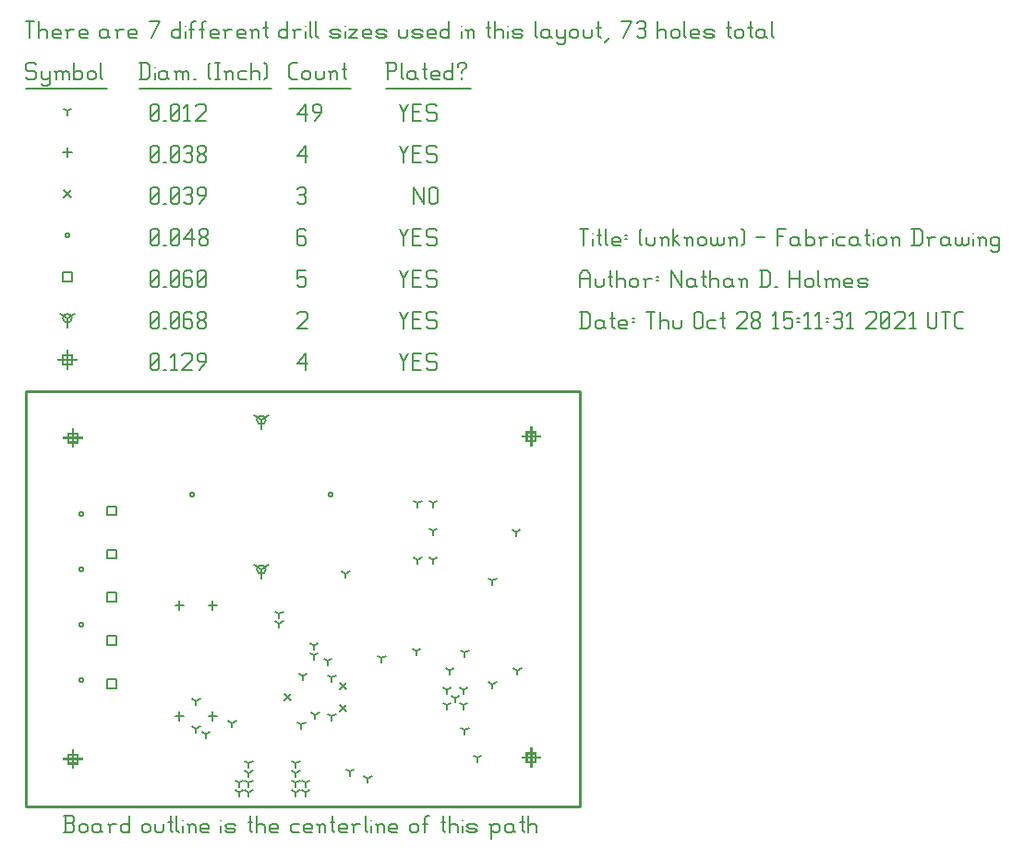
<source format=gbr>
G04 start of page 13 for group -3984 idx -3984 *
G04 Title: (unknown), fab *
G04 Creator: pcb 4.0.2 *
G04 CreationDate: Thu Oct 28 15:11:31 2021 UTC *
G04 For: ndholmes *
G04 Format: Gerber/RS-274X *
G04 PCB-Dimensions (mil): 2000.00 1500.00 *
G04 PCB-Coordinate-Origin: lower left *
%MOIN*%
%FSLAX25Y25*%
%LNFAB*%
%ADD75C,0.0100*%
%ADD74C,0.0075*%
%ADD73C,0.0060*%
%ADD72R,0.0080X0.0080*%
G54D72*X182500Y20700D02*Y14300D01*
X179300Y17500D02*X185700D01*
X180900Y19100D02*X184100D01*
X180900D02*Y15900D01*
X184100D01*
Y19100D02*Y15900D01*
X17000Y136200D02*Y129800D01*
X13800Y133000D02*X20200D01*
X15400Y134600D02*X18600D01*
X15400D02*Y131400D01*
X18600D01*
Y134600D02*Y131400D01*
X17000Y20200D02*Y13800D01*
X13800Y17000D02*X20200D01*
X15400Y18600D02*X18600D01*
X15400D02*Y15400D01*
X18600D01*
Y18600D02*Y15400D01*
X182500Y136700D02*Y130300D01*
X179300Y133500D02*X185700D01*
X180900Y135100D02*X184100D01*
X180900D02*Y131900D01*
X184100D01*
Y135100D02*Y131900D01*
X15000Y164450D02*Y158050D01*
X11800Y161250D02*X18200D01*
X13400Y162850D02*X16600D01*
X13400D02*Y159650D01*
X16600D01*
Y162850D02*Y159650D01*
G54D73*X135000Y163500D02*X136500Y160500D01*
X138000Y163500D01*
X136500Y160500D02*Y157500D01*
X139800Y160800D02*X142050D01*
X139800Y157500D02*X142800D01*
X139800Y163500D02*Y157500D01*
Y163500D02*X142800D01*
X147600D02*X148350Y162750D01*
X145350Y163500D02*X147600D01*
X144600Y162750D02*X145350Y163500D01*
X144600Y162750D02*Y161250D01*
X145350Y160500D01*
X147600D01*
X148350Y159750D01*
Y158250D01*
X147600Y157500D02*X148350Y158250D01*
X145350Y157500D02*X147600D01*
X144600Y158250D02*X145350Y157500D01*
X98000Y159750D02*X101000Y163500D01*
X98000Y159750D02*X101750D01*
X101000Y163500D02*Y157500D01*
X45000Y158250D02*X45750Y157500D01*
X45000Y162750D02*Y158250D01*
Y162750D02*X45750Y163500D01*
X47250D01*
X48000Y162750D01*
Y158250D01*
X47250Y157500D02*X48000Y158250D01*
X45750Y157500D02*X47250D01*
X45000Y159000D02*X48000Y162000D01*
X49800Y157500D02*X50550D01*
X52350Y162300D02*X53550Y163500D01*
Y157500D01*
X52350D02*X54600D01*
X56400Y162750D02*X57150Y163500D01*
X59400D01*
X60150Y162750D01*
Y161250D01*
X56400Y157500D02*X60150Y161250D01*
X56400Y157500D02*X60150D01*
X62700D02*X64950Y160500D01*
Y162750D02*Y160500D01*
X64200Y163500D02*X64950Y162750D01*
X62700Y163500D02*X64200D01*
X61950Y162750D02*X62700Y163500D01*
X61950Y162750D02*Y161250D01*
X62700Y160500D01*
X64950D01*
X85000Y139500D02*Y136300D01*
Y139500D02*X87773Y141100D01*
X85000Y139500D02*X82227Y141100D01*
X83400Y139500D02*G75*G03X86600Y139500I1600J0D01*G01*
G75*G03X83400Y139500I-1600J0D01*G01*
X85000Y85500D02*Y82300D01*
Y85500D02*X87773Y87100D01*
X85000Y85500D02*X82227Y87100D01*
X83400Y85500D02*G75*G03X86600Y85500I1600J0D01*G01*
G75*G03X83400Y85500I-1600J0D01*G01*
X15000Y176250D02*Y173050D01*
Y176250D02*X17773Y177850D01*
X15000Y176250D02*X12227Y177850D01*
X13400Y176250D02*G75*G03X16600Y176250I1600J0D01*G01*
G75*G03X13400Y176250I-1600J0D01*G01*
X135000Y178500D02*X136500Y175500D01*
X138000Y178500D01*
X136500Y175500D02*Y172500D01*
X139800Y175800D02*X142050D01*
X139800Y172500D02*X142800D01*
X139800Y178500D02*Y172500D01*
Y178500D02*X142800D01*
X147600D02*X148350Y177750D01*
X145350Y178500D02*X147600D01*
X144600Y177750D02*X145350Y178500D01*
X144600Y177750D02*Y176250D01*
X145350Y175500D01*
X147600D01*
X148350Y174750D01*
Y173250D01*
X147600Y172500D02*X148350Y173250D01*
X145350Y172500D02*X147600D01*
X144600Y173250D02*X145350Y172500D01*
X98000Y177750D02*X98750Y178500D01*
X101000D01*
X101750Y177750D01*
Y176250D01*
X98000Y172500D02*X101750Y176250D01*
X98000Y172500D02*X101750D01*
X45000Y173250D02*X45750Y172500D01*
X45000Y177750D02*Y173250D01*
Y177750D02*X45750Y178500D01*
X47250D01*
X48000Y177750D01*
Y173250D01*
X47250Y172500D02*X48000Y173250D01*
X45750Y172500D02*X47250D01*
X45000Y174000D02*X48000Y177000D01*
X49800Y172500D02*X50550D01*
X52350Y173250D02*X53100Y172500D01*
X52350Y177750D02*Y173250D01*
Y177750D02*X53100Y178500D01*
X54600D01*
X55350Y177750D01*
Y173250D01*
X54600Y172500D02*X55350Y173250D01*
X53100Y172500D02*X54600D01*
X52350Y174000D02*X55350Y177000D01*
X59400Y178500D02*X60150Y177750D01*
X57900Y178500D02*X59400D01*
X57150Y177750D02*X57900Y178500D01*
X57150Y177750D02*Y173250D01*
X57900Y172500D01*
X59400Y175800D02*X60150Y175050D01*
X57150Y175800D02*X59400D01*
X57900Y172500D02*X59400D01*
X60150Y173250D01*
Y175050D02*Y173250D01*
X61950D02*X62700Y172500D01*
X61950Y174450D02*Y173250D01*
Y174450D02*X63000Y175500D01*
X63900D01*
X64950Y174450D01*
Y173250D01*
X64200Y172500D02*X64950Y173250D01*
X62700Y172500D02*X64200D01*
X61950Y176550D02*X63000Y175500D01*
X61950Y177750D02*Y176550D01*
Y177750D02*X62700Y178500D01*
X64200D01*
X64950Y177750D01*
Y176550D01*
X63900Y175500D02*X64950Y176550D01*
X29400Y108300D02*X32600D01*
X29400D02*Y105100D01*
X32600D01*
Y108300D02*Y105100D01*
X29400Y92700D02*X32600D01*
X29400D02*Y89500D01*
X32600D01*
Y92700D02*Y89500D01*
X29400Y77100D02*X32600D01*
X29400D02*Y73900D01*
X32600D01*
Y77100D02*Y73900D01*
X29400Y61500D02*X32600D01*
X29400D02*Y58300D01*
X32600D01*
Y61500D02*Y58300D01*
X29400Y45900D02*X32600D01*
X29400D02*Y42700D01*
X32600D01*
Y45900D02*Y42700D01*
X13400Y192850D02*X16600D01*
X13400D02*Y189650D01*
X16600D01*
Y192850D02*Y189650D01*
X135000Y193500D02*X136500Y190500D01*
X138000Y193500D01*
X136500Y190500D02*Y187500D01*
X139800Y190800D02*X142050D01*
X139800Y187500D02*X142800D01*
X139800Y193500D02*Y187500D01*
Y193500D02*X142800D01*
X147600D02*X148350Y192750D01*
X145350Y193500D02*X147600D01*
X144600Y192750D02*X145350Y193500D01*
X144600Y192750D02*Y191250D01*
X145350Y190500D01*
X147600D01*
X148350Y189750D01*
Y188250D01*
X147600Y187500D02*X148350Y188250D01*
X145350Y187500D02*X147600D01*
X144600Y188250D02*X145350Y187500D01*
X98000Y193500D02*X101000D01*
X98000D02*Y190500D01*
X98750Y191250D01*
X100250D01*
X101000Y190500D01*
Y188250D01*
X100250Y187500D02*X101000Y188250D01*
X98750Y187500D02*X100250D01*
X98000Y188250D02*X98750Y187500D01*
X45000Y188250D02*X45750Y187500D01*
X45000Y192750D02*Y188250D01*
Y192750D02*X45750Y193500D01*
X47250D01*
X48000Y192750D01*
Y188250D01*
X47250Y187500D02*X48000Y188250D01*
X45750Y187500D02*X47250D01*
X45000Y189000D02*X48000Y192000D01*
X49800Y187500D02*X50550D01*
X52350Y188250D02*X53100Y187500D01*
X52350Y192750D02*Y188250D01*
Y192750D02*X53100Y193500D01*
X54600D01*
X55350Y192750D01*
Y188250D01*
X54600Y187500D02*X55350Y188250D01*
X53100Y187500D02*X54600D01*
X52350Y189000D02*X55350Y192000D01*
X59400Y193500D02*X60150Y192750D01*
X57900Y193500D02*X59400D01*
X57150Y192750D02*X57900Y193500D01*
X57150Y192750D02*Y188250D01*
X57900Y187500D01*
X59400Y190800D02*X60150Y190050D01*
X57150Y190800D02*X59400D01*
X57900Y187500D02*X59400D01*
X60150Y188250D01*
Y190050D02*Y188250D01*
X61950D02*X62700Y187500D01*
X61950Y192750D02*Y188250D01*
Y192750D02*X62700Y193500D01*
X64200D01*
X64950Y192750D01*
Y188250D01*
X64200Y187500D02*X64950Y188250D01*
X62700Y187500D02*X64200D01*
X61950Y189000D02*X64950Y192000D01*
X19200Y105500D02*G75*G03X20800Y105500I800J0D01*G01*
G75*G03X19200Y105500I-800J0D01*G01*
Y85500D02*G75*G03X20800Y85500I800J0D01*G01*
G75*G03X19200Y85500I-800J0D01*G01*
Y65500D02*G75*G03X20800Y65500I800J0D01*G01*
G75*G03X19200Y65500I-800J0D01*G01*
Y45500D02*G75*G03X20800Y45500I800J0D01*G01*
G75*G03X19200Y45500I-800J0D01*G01*
X109200Y112500D02*G75*G03X110800Y112500I800J0D01*G01*
G75*G03X109200Y112500I-800J0D01*G01*
X59200D02*G75*G03X60800Y112500I800J0D01*G01*
G75*G03X59200Y112500I-800J0D01*G01*
X14200Y206250D02*G75*G03X15800Y206250I800J0D01*G01*
G75*G03X14200Y206250I-800J0D01*G01*
X135000Y208500D02*X136500Y205500D01*
X138000Y208500D01*
X136500Y205500D02*Y202500D01*
X139800Y205800D02*X142050D01*
X139800Y202500D02*X142800D01*
X139800Y208500D02*Y202500D01*
Y208500D02*X142800D01*
X147600D02*X148350Y207750D01*
X145350Y208500D02*X147600D01*
X144600Y207750D02*X145350Y208500D01*
X144600Y207750D02*Y206250D01*
X145350Y205500D01*
X147600D01*
X148350Y204750D01*
Y203250D01*
X147600Y202500D02*X148350Y203250D01*
X145350Y202500D02*X147600D01*
X144600Y203250D02*X145350Y202500D01*
X100250Y208500D02*X101000Y207750D01*
X98750Y208500D02*X100250D01*
X98000Y207750D02*X98750Y208500D01*
X98000Y207750D02*Y203250D01*
X98750Y202500D01*
X100250Y205800D02*X101000Y205050D01*
X98000Y205800D02*X100250D01*
X98750Y202500D02*X100250D01*
X101000Y203250D01*
Y205050D02*Y203250D01*
X45000D02*X45750Y202500D01*
X45000Y207750D02*Y203250D01*
Y207750D02*X45750Y208500D01*
X47250D01*
X48000Y207750D01*
Y203250D01*
X47250Y202500D02*X48000Y203250D01*
X45750Y202500D02*X47250D01*
X45000Y204000D02*X48000Y207000D01*
X49800Y202500D02*X50550D01*
X52350Y203250D02*X53100Y202500D01*
X52350Y207750D02*Y203250D01*
Y207750D02*X53100Y208500D01*
X54600D01*
X55350Y207750D01*
Y203250D01*
X54600Y202500D02*X55350Y203250D01*
X53100Y202500D02*X54600D01*
X52350Y204000D02*X55350Y207000D01*
X57150Y204750D02*X60150Y208500D01*
X57150Y204750D02*X60900D01*
X60150Y208500D02*Y202500D01*
X62700Y203250D02*X63450Y202500D01*
X62700Y204450D02*Y203250D01*
Y204450D02*X63750Y205500D01*
X64650D01*
X65700Y204450D01*
Y203250D01*
X64950Y202500D02*X65700Y203250D01*
X63450Y202500D02*X64950D01*
X62700Y206550D02*X63750Y205500D01*
X62700Y207750D02*Y206550D01*
Y207750D02*X63450Y208500D01*
X64950D01*
X65700Y207750D01*
Y206550D01*
X64650Y205500D02*X65700Y206550D01*
X93300Y40700D02*X95700Y38300D01*
X93300D02*X95700Y40700D01*
X113300Y44700D02*X115700Y42300D01*
X113300D02*X115700Y44700D01*
X113300Y36700D02*X115700Y34300D01*
X113300D02*X115700Y36700D01*
X13800Y222450D02*X16200Y220050D01*
X13800D02*X16200Y222450D01*
X140000Y223500D02*Y217500D01*
Y223500D02*X143750Y217500D01*
Y223500D02*Y217500D01*
X145550Y222750D02*Y218250D01*
Y222750D02*X146300Y223500D01*
X147800D01*
X148550Y222750D01*
Y218250D01*
X147800Y217500D02*X148550Y218250D01*
X146300Y217500D02*X147800D01*
X145550Y218250D02*X146300Y217500D01*
X98000Y222750D02*X98750Y223500D01*
X100250D01*
X101000Y222750D01*
X100250Y217500D02*X101000Y218250D01*
X98750Y217500D02*X100250D01*
X98000Y218250D02*X98750Y217500D01*
Y220800D02*X100250D01*
X101000Y222750D02*Y221550D01*
Y220050D02*Y218250D01*
Y220050D02*X100250Y220800D01*
X101000Y221550D02*X100250Y220800D01*
X45000Y218250D02*X45750Y217500D01*
X45000Y222750D02*Y218250D01*
Y222750D02*X45750Y223500D01*
X47250D01*
X48000Y222750D01*
Y218250D01*
X47250Y217500D02*X48000Y218250D01*
X45750Y217500D02*X47250D01*
X45000Y219000D02*X48000Y222000D01*
X49800Y217500D02*X50550D01*
X52350Y218250D02*X53100Y217500D01*
X52350Y222750D02*Y218250D01*
Y222750D02*X53100Y223500D01*
X54600D01*
X55350Y222750D01*
Y218250D01*
X54600Y217500D02*X55350Y218250D01*
X53100Y217500D02*X54600D01*
X52350Y219000D02*X55350Y222000D01*
X57150Y222750D02*X57900Y223500D01*
X59400D01*
X60150Y222750D01*
X59400Y217500D02*X60150Y218250D01*
X57900Y217500D02*X59400D01*
X57150Y218250D02*X57900Y217500D01*
Y220800D02*X59400D01*
X60150Y222750D02*Y221550D01*
Y220050D02*Y218250D01*
Y220050D02*X59400Y220800D01*
X60150Y221550D02*X59400Y220800D01*
X62700Y217500D02*X64950Y220500D01*
Y222750D02*Y220500D01*
X64200Y223500D02*X64950Y222750D01*
X62700Y223500D02*X64200D01*
X61950Y222750D02*X62700Y223500D01*
X61950Y222750D02*Y221250D01*
X62700Y220500D01*
X64950D01*
X67500Y74100D02*Y70900D01*
X65900Y72500D02*X69100D01*
X67500Y34100D02*Y30900D01*
X65900Y32500D02*X69100D01*
X55500Y74100D02*Y70900D01*
X53900Y72500D02*X57100D01*
X55500Y34100D02*Y30900D01*
X53900Y32500D02*X57100D01*
X15000Y237850D02*Y234650D01*
X13400Y236250D02*X16600D01*
X135000Y238500D02*X136500Y235500D01*
X138000Y238500D01*
X136500Y235500D02*Y232500D01*
X139800Y235800D02*X142050D01*
X139800Y232500D02*X142800D01*
X139800Y238500D02*Y232500D01*
Y238500D02*X142800D01*
X147600D02*X148350Y237750D01*
X145350Y238500D02*X147600D01*
X144600Y237750D02*X145350Y238500D01*
X144600Y237750D02*Y236250D01*
X145350Y235500D01*
X147600D01*
X148350Y234750D01*
Y233250D01*
X147600Y232500D02*X148350Y233250D01*
X145350Y232500D02*X147600D01*
X144600Y233250D02*X145350Y232500D01*
X98000Y234750D02*X101000Y238500D01*
X98000Y234750D02*X101750D01*
X101000Y238500D02*Y232500D01*
X45000Y233250D02*X45750Y232500D01*
X45000Y237750D02*Y233250D01*
Y237750D02*X45750Y238500D01*
X47250D01*
X48000Y237750D01*
Y233250D01*
X47250Y232500D02*X48000Y233250D01*
X45750Y232500D02*X47250D01*
X45000Y234000D02*X48000Y237000D01*
X49800Y232500D02*X50550D01*
X52350Y233250D02*X53100Y232500D01*
X52350Y237750D02*Y233250D01*
Y237750D02*X53100Y238500D01*
X54600D01*
X55350Y237750D01*
Y233250D01*
X54600Y232500D02*X55350Y233250D01*
X53100Y232500D02*X54600D01*
X52350Y234000D02*X55350Y237000D01*
X57150Y237750D02*X57900Y238500D01*
X59400D01*
X60150Y237750D01*
X59400Y232500D02*X60150Y233250D01*
X57900Y232500D02*X59400D01*
X57150Y233250D02*X57900Y232500D01*
Y235800D02*X59400D01*
X60150Y237750D02*Y236550D01*
Y235050D02*Y233250D01*
Y235050D02*X59400Y235800D01*
X60150Y236550D02*X59400Y235800D01*
X61950Y233250D02*X62700Y232500D01*
X61950Y234450D02*Y233250D01*
Y234450D02*X63000Y235500D01*
X63900D01*
X64950Y234450D01*
Y233250D01*
X64200Y232500D02*X64950Y233250D01*
X62700Y232500D02*X64200D01*
X61950Y236550D02*X63000Y235500D01*
X61950Y237750D02*Y236550D01*
Y237750D02*X62700Y238500D01*
X64200D01*
X64950Y237750D01*
Y236550D01*
X63900Y235500D02*X64950Y236550D01*
X155000Y39000D02*Y37400D01*
Y39000D02*X156387Y39800D01*
X155000Y39000D02*X153613Y39800D01*
X104000Y54500D02*Y52900D01*
Y54500D02*X105387Y55300D01*
X104000Y54500D02*X102613Y55300D01*
X104000Y58000D02*Y56400D01*
Y58000D02*X105387Y58800D01*
X104000Y58000D02*X102613Y58800D01*
X141000Y56000D02*Y54400D01*
Y56000D02*X142387Y56800D01*
X141000Y56000D02*X139613Y56800D01*
X163000Y17500D02*Y15900D01*
Y17500D02*X164387Y18300D01*
X163000Y17500D02*X161613Y18300D01*
X123500Y10000D02*Y8400D01*
Y10000D02*X124887Y10800D01*
X123500Y10000D02*X122113Y10800D01*
X168500Y81500D02*Y79900D01*
Y81500D02*X169887Y82300D01*
X168500Y81500D02*X167113Y82300D01*
X177500Y49000D02*Y47400D01*
Y49000D02*X178887Y49800D01*
X177500Y49000D02*X176113Y49800D01*
X117000Y12500D02*Y10900D01*
Y12500D02*X118387Y13300D01*
X117000Y12500D02*X115613Y13300D01*
X110500Y32500D02*Y30900D01*
Y32500D02*X111887Y33300D01*
X110500Y32500D02*X109113Y33300D01*
X158000Y36500D02*Y34900D01*
Y36500D02*X159387Y37300D01*
X158000Y36500D02*X156613Y37300D01*
X152000Y36500D02*Y34900D01*
Y36500D02*X153387Y37300D01*
X152000Y36500D02*X150613Y37300D01*
X168500Y44000D02*Y42400D01*
Y44000D02*X169887Y44800D01*
X168500Y44000D02*X167113Y44800D01*
X158500Y55500D02*Y53900D01*
Y55500D02*X159887Y56300D01*
X158500Y55500D02*X157113Y56300D01*
X128500Y53500D02*Y51900D01*
Y53500D02*X129887Y54300D01*
X128500Y53500D02*X127113Y54300D01*
X153000Y49000D02*Y47400D01*
Y49000D02*X154387Y49800D01*
X153000Y49000D02*X151613Y49800D01*
X158500Y27500D02*Y25900D01*
Y27500D02*X159887Y28300D01*
X158500Y27500D02*X157113Y28300D01*
X152000Y42000D02*Y40400D01*
Y42000D02*X153387Y42800D01*
X152000Y42000D02*X150613Y42800D01*
X110500Y46500D02*Y44900D01*
Y46500D02*X111887Y47300D01*
X110500Y46500D02*X109113Y47300D01*
X99500Y29500D02*Y27900D01*
Y29500D02*X100887Y30300D01*
X99500Y29500D02*X98113Y30300D01*
X109000Y52500D02*Y50900D01*
Y52500D02*X110387Y53300D01*
X109000Y52500D02*X107613Y53300D01*
X101000Y8500D02*Y6900D01*
Y8500D02*X102387Y9300D01*
X101000Y8500D02*X99613Y9300D01*
X101000Y5000D02*Y3400D01*
Y5000D02*X102387Y5800D01*
X101000Y5000D02*X99613Y5800D01*
X77000Y8500D02*Y6900D01*
Y8500D02*X78387Y9300D01*
X77000Y8500D02*X75613Y9300D01*
X77000Y5000D02*Y3400D01*
Y5000D02*X78387Y5800D01*
X77000Y5000D02*X75613Y5800D01*
X158000Y42000D02*Y40400D01*
Y42000D02*X159387Y42800D01*
X158000Y42000D02*X156613Y42800D01*
X104500Y33000D02*Y31400D01*
Y33000D02*X105887Y33800D01*
X104500Y33000D02*X103113Y33800D01*
X100000Y47000D02*Y45400D01*
Y47000D02*X101387Y47800D01*
X100000Y47000D02*X98613Y47800D01*
X91500Y66000D02*Y64400D01*
Y66000D02*X92887Y66800D01*
X91500Y66000D02*X90113Y66800D01*
X91500Y69500D02*Y67900D01*
Y69500D02*X92887Y70300D01*
X91500Y69500D02*X90113Y70300D01*
X97500Y15500D02*Y13900D01*
Y15500D02*X98887Y16300D01*
X97500Y15500D02*X96113Y16300D01*
X97500Y12000D02*Y10400D01*
Y12000D02*X98887Y12800D01*
X97500Y12000D02*X96113Y12800D01*
X97500Y8500D02*Y6900D01*
Y8500D02*X98887Y9300D01*
X97500Y8500D02*X96113Y9300D01*
X97500Y5000D02*Y3400D01*
Y5000D02*X98887Y5800D01*
X97500Y5000D02*X96113Y5800D01*
X80500Y15500D02*Y13900D01*
Y15500D02*X81887Y16300D01*
X80500Y15500D02*X79113Y16300D01*
X80500Y12000D02*Y10400D01*
Y12000D02*X81887Y12800D01*
X80500Y12000D02*X79113Y12800D01*
X80500Y8500D02*Y6900D01*
Y8500D02*X81887Y9300D01*
X80500Y8500D02*X79113Y9300D01*
X80500Y5000D02*Y3400D01*
Y5000D02*X81887Y5800D01*
X80500Y5000D02*X79113Y5800D01*
X61500Y28000D02*Y26400D01*
Y28000D02*X62887Y28800D01*
X61500Y28000D02*X60113Y28800D01*
X61500Y38000D02*Y36400D01*
Y38000D02*X62887Y38800D01*
X61500Y38000D02*X60113Y38800D01*
X74500Y30000D02*Y28400D01*
Y30000D02*X75887Y30800D01*
X74500Y30000D02*X73113Y30800D01*
X65000Y26000D02*Y24400D01*
Y26000D02*X66387Y26800D01*
X65000Y26000D02*X63613Y26800D01*
X141500Y109500D02*Y107900D01*
Y109500D02*X142887Y110300D01*
X141500Y109500D02*X140113Y110300D01*
X147000Y109500D02*Y107900D01*
Y109500D02*X148387Y110300D01*
X147000Y109500D02*X145613Y110300D01*
X147000Y89000D02*Y87400D01*
Y89000D02*X148387Y89800D01*
X147000Y89000D02*X145613Y89800D01*
X147000Y99500D02*Y97900D01*
Y99500D02*X148387Y100300D01*
X147000Y99500D02*X145613Y100300D01*
X141500Y89000D02*Y87400D01*
Y89000D02*X142887Y89800D01*
X141500Y89000D02*X140113Y89800D01*
X177000Y99000D02*Y97400D01*
Y99000D02*X178387Y99800D01*
X177000Y99000D02*X175613Y99800D01*
X115500Y84000D02*Y82400D01*
Y84000D02*X116887Y84800D01*
X115500Y84000D02*X114113Y84800D01*
X15000Y251250D02*Y249650D01*
Y251250D02*X16387Y252050D01*
X15000Y251250D02*X13613Y252050D01*
X135000Y253500D02*X136500Y250500D01*
X138000Y253500D01*
X136500Y250500D02*Y247500D01*
X139800Y250800D02*X142050D01*
X139800Y247500D02*X142800D01*
X139800Y253500D02*Y247500D01*
Y253500D02*X142800D01*
X147600D02*X148350Y252750D01*
X145350Y253500D02*X147600D01*
X144600Y252750D02*X145350Y253500D01*
X144600Y252750D02*Y251250D01*
X145350Y250500D01*
X147600D01*
X148350Y249750D01*
Y248250D01*
X147600Y247500D02*X148350Y248250D01*
X145350Y247500D02*X147600D01*
X144600Y248250D02*X145350Y247500D01*
X98000Y249750D02*X101000Y253500D01*
X98000Y249750D02*X101750D01*
X101000Y253500D02*Y247500D01*
X104300D02*X106550Y250500D01*
Y252750D02*Y250500D01*
X105800Y253500D02*X106550Y252750D01*
X104300Y253500D02*X105800D01*
X103550Y252750D02*X104300Y253500D01*
X103550Y252750D02*Y251250D01*
X104300Y250500D01*
X106550D01*
X45000Y248250D02*X45750Y247500D01*
X45000Y252750D02*Y248250D01*
Y252750D02*X45750Y253500D01*
X47250D01*
X48000Y252750D01*
Y248250D01*
X47250Y247500D02*X48000Y248250D01*
X45750Y247500D02*X47250D01*
X45000Y249000D02*X48000Y252000D01*
X49800Y247500D02*X50550D01*
X52350Y248250D02*X53100Y247500D01*
X52350Y252750D02*Y248250D01*
Y252750D02*X53100Y253500D01*
X54600D01*
X55350Y252750D01*
Y248250D01*
X54600Y247500D02*X55350Y248250D01*
X53100Y247500D02*X54600D01*
X52350Y249000D02*X55350Y252000D01*
X57150Y252300D02*X58350Y253500D01*
Y247500D01*
X57150D02*X59400D01*
X61200Y252750D02*X61950Y253500D01*
X64200D01*
X64950Y252750D01*
Y251250D01*
X61200Y247500D02*X64950Y251250D01*
X61200Y247500D02*X64950D01*
X3000Y268500D02*X3750Y267750D01*
X750Y268500D02*X3000D01*
X0Y267750D02*X750Y268500D01*
X0Y267750D02*Y266250D01*
X750Y265500D01*
X3000D01*
X3750Y264750D01*
Y263250D01*
X3000Y262500D02*X3750Y263250D01*
X750Y262500D02*X3000D01*
X0Y263250D02*X750Y262500D01*
X5550Y265500D02*Y263250D01*
X6300Y262500D01*
X8550Y265500D02*Y261000D01*
X7800Y260250D02*X8550Y261000D01*
X6300Y260250D02*X7800D01*
X5550Y261000D02*X6300Y260250D01*
Y262500D02*X7800D01*
X8550Y263250D01*
X11100Y264750D02*Y262500D01*
Y264750D02*X11850Y265500D01*
X12600D01*
X13350Y264750D01*
Y262500D01*
Y264750D02*X14100Y265500D01*
X14850D01*
X15600Y264750D01*
Y262500D01*
X10350Y265500D02*X11100Y264750D01*
X17400Y268500D02*Y262500D01*
Y263250D02*X18150Y262500D01*
X19650D01*
X20400Y263250D01*
Y264750D02*Y263250D01*
X19650Y265500D02*X20400Y264750D01*
X18150Y265500D02*X19650D01*
X17400Y264750D02*X18150Y265500D01*
X22200Y264750D02*Y263250D01*
Y264750D02*X22950Y265500D01*
X24450D01*
X25200Y264750D01*
Y263250D01*
X24450Y262500D02*X25200Y263250D01*
X22950Y262500D02*X24450D01*
X22200Y263250D02*X22950Y262500D01*
X27000Y268500D02*Y263250D01*
X27750Y262500D01*
X0Y259250D02*X29250D01*
X41750Y268500D02*Y262500D01*
X43700Y268500D02*X44750Y267450D01*
Y263550D01*
X43700Y262500D02*X44750Y263550D01*
X41000Y262500D02*X43700D01*
X41000Y268500D02*X43700D01*
G54D74*X46550Y267000D02*Y266850D01*
G54D73*Y264750D02*Y262500D01*
X50300Y265500D02*X51050Y264750D01*
X48800Y265500D02*X50300D01*
X48050Y264750D02*X48800Y265500D01*
X48050Y264750D02*Y263250D01*
X48800Y262500D01*
X51050Y265500D02*Y263250D01*
X51800Y262500D01*
X48800D02*X50300D01*
X51050Y263250D01*
X54350Y264750D02*Y262500D01*
Y264750D02*X55100Y265500D01*
X55850D01*
X56600Y264750D01*
Y262500D01*
Y264750D02*X57350Y265500D01*
X58100D01*
X58850Y264750D01*
Y262500D01*
X53600Y265500D02*X54350Y264750D01*
X60650Y262500D02*X61400D01*
X65900Y263250D02*X66650Y262500D01*
X65900Y267750D02*X66650Y268500D01*
X65900Y267750D02*Y263250D01*
X68450Y268500D02*X69950D01*
X69200D02*Y262500D01*
X68450D02*X69950D01*
X72500Y264750D02*Y262500D01*
Y264750D02*X73250Y265500D01*
X74000D01*
X74750Y264750D01*
Y262500D01*
X71750Y265500D02*X72500Y264750D01*
X77300Y265500D02*X79550D01*
X76550Y264750D02*X77300Y265500D01*
X76550Y264750D02*Y263250D01*
X77300Y262500D01*
X79550D01*
X81350Y268500D02*Y262500D01*
Y264750D02*X82100Y265500D01*
X83600D01*
X84350Y264750D01*
Y262500D01*
X86150Y268500D02*X86900Y267750D01*
Y263250D01*
X86150Y262500D02*X86900Y263250D01*
X41000Y259250D02*X88700D01*
X96050Y262500D02*X98000D01*
X95000Y263550D02*X96050Y262500D01*
X95000Y267450D02*Y263550D01*
Y267450D02*X96050Y268500D01*
X98000D01*
X99800Y264750D02*Y263250D01*
Y264750D02*X100550Y265500D01*
X102050D01*
X102800Y264750D01*
Y263250D01*
X102050Y262500D02*X102800Y263250D01*
X100550Y262500D02*X102050D01*
X99800Y263250D02*X100550Y262500D01*
X104600Y265500D02*Y263250D01*
X105350Y262500D01*
X106850D01*
X107600Y263250D01*
Y265500D02*Y263250D01*
X110150Y264750D02*Y262500D01*
Y264750D02*X110900Y265500D01*
X111650D01*
X112400Y264750D01*
Y262500D01*
X109400Y265500D02*X110150Y264750D01*
X114950Y268500D02*Y263250D01*
X115700Y262500D01*
X114200Y266250D02*X115700D01*
X95000Y259250D02*X117200D01*
X130750Y268500D02*Y262500D01*
X130000Y268500D02*X133000D01*
X133750Y267750D01*
Y266250D01*
X133000Y265500D02*X133750Y266250D01*
X130750Y265500D02*X133000D01*
X135550Y268500D02*Y263250D01*
X136300Y262500D01*
X140050Y265500D02*X140800Y264750D01*
X138550Y265500D02*X140050D01*
X137800Y264750D02*X138550Y265500D01*
X137800Y264750D02*Y263250D01*
X138550Y262500D01*
X140800Y265500D02*Y263250D01*
X141550Y262500D01*
X138550D02*X140050D01*
X140800Y263250D01*
X144100Y268500D02*Y263250D01*
X144850Y262500D01*
X143350Y266250D02*X144850D01*
X147100Y262500D02*X149350D01*
X146350Y263250D02*X147100Y262500D01*
X146350Y264750D02*Y263250D01*
Y264750D02*X147100Y265500D01*
X148600D01*
X149350Y264750D01*
X146350Y264000D02*X149350D01*
Y264750D02*Y264000D01*
X154150Y268500D02*Y262500D01*
X153400D02*X154150Y263250D01*
X151900Y262500D02*X153400D01*
X151150Y263250D02*X151900Y262500D01*
X151150Y264750D02*Y263250D01*
Y264750D02*X151900Y265500D01*
X153400D01*
X154150Y264750D01*
X157450Y265500D02*Y264750D01*
Y263250D02*Y262500D01*
X155950Y267750D02*Y267000D01*
Y267750D02*X156700Y268500D01*
X158200D01*
X158950Y267750D01*
Y267000D01*
X157450Y265500D02*X158950Y267000D01*
X130000Y259250D02*X160750D01*
X0Y283500D02*X3000D01*
X1500D02*Y277500D01*
X4800Y283500D02*Y277500D01*
Y279750D02*X5550Y280500D01*
X7050D01*
X7800Y279750D01*
Y277500D01*
X10350D02*X12600D01*
X9600Y278250D02*X10350Y277500D01*
X9600Y279750D02*Y278250D01*
Y279750D02*X10350Y280500D01*
X11850D01*
X12600Y279750D01*
X9600Y279000D02*X12600D01*
Y279750D02*Y279000D01*
X15150Y279750D02*Y277500D01*
Y279750D02*X15900Y280500D01*
X17400D01*
X14400D02*X15150Y279750D01*
X19950Y277500D02*X22200D01*
X19200Y278250D02*X19950Y277500D01*
X19200Y279750D02*Y278250D01*
Y279750D02*X19950Y280500D01*
X21450D01*
X22200Y279750D01*
X19200Y279000D02*X22200D01*
Y279750D02*Y279000D01*
X28950Y280500D02*X29700Y279750D01*
X27450Y280500D02*X28950D01*
X26700Y279750D02*X27450Y280500D01*
X26700Y279750D02*Y278250D01*
X27450Y277500D01*
X29700Y280500D02*Y278250D01*
X30450Y277500D01*
X27450D02*X28950D01*
X29700Y278250D01*
X33000Y279750D02*Y277500D01*
Y279750D02*X33750Y280500D01*
X35250D01*
X32250D02*X33000Y279750D01*
X37800Y277500D02*X40050D01*
X37050Y278250D02*X37800Y277500D01*
X37050Y279750D02*Y278250D01*
Y279750D02*X37800Y280500D01*
X39300D01*
X40050Y279750D01*
X37050Y279000D02*X40050D01*
Y279750D02*Y279000D01*
X45300Y277500D02*X48300Y283500D01*
X44550D02*X48300D01*
X55800D02*Y277500D01*
X55050D02*X55800Y278250D01*
X53550Y277500D02*X55050D01*
X52800Y278250D02*X53550Y277500D01*
X52800Y279750D02*Y278250D01*
Y279750D02*X53550Y280500D01*
X55050D01*
X55800Y279750D01*
G54D74*X57600Y282000D02*Y281850D01*
G54D73*Y279750D02*Y277500D01*
X59850Y282750D02*Y277500D01*
Y282750D02*X60600Y283500D01*
X61350D01*
X59100Y280500D02*X60600D01*
X63600Y282750D02*Y277500D01*
Y282750D02*X64350Y283500D01*
X65100D01*
X62850Y280500D02*X64350D01*
X67350Y277500D02*X69600D01*
X66600Y278250D02*X67350Y277500D01*
X66600Y279750D02*Y278250D01*
Y279750D02*X67350Y280500D01*
X68850D01*
X69600Y279750D01*
X66600Y279000D02*X69600D01*
Y279750D02*Y279000D01*
X72150Y279750D02*Y277500D01*
Y279750D02*X72900Y280500D01*
X74400D01*
X71400D02*X72150Y279750D01*
X76950Y277500D02*X79200D01*
X76200Y278250D02*X76950Y277500D01*
X76200Y279750D02*Y278250D01*
Y279750D02*X76950Y280500D01*
X78450D01*
X79200Y279750D01*
X76200Y279000D02*X79200D01*
Y279750D02*Y279000D01*
X81750Y279750D02*Y277500D01*
Y279750D02*X82500Y280500D01*
X83250D01*
X84000Y279750D01*
Y277500D01*
X81000Y280500D02*X81750Y279750D01*
X86550Y283500D02*Y278250D01*
X87300Y277500D01*
X85800Y281250D02*X87300D01*
X94500Y283500D02*Y277500D01*
X93750D02*X94500Y278250D01*
X92250Y277500D02*X93750D01*
X91500Y278250D02*X92250Y277500D01*
X91500Y279750D02*Y278250D01*
Y279750D02*X92250Y280500D01*
X93750D01*
X94500Y279750D01*
X97050D02*Y277500D01*
Y279750D02*X97800Y280500D01*
X99300D01*
X96300D02*X97050Y279750D01*
G54D74*X101100Y282000D02*Y281850D01*
G54D73*Y279750D02*Y277500D01*
X102600Y283500D02*Y278250D01*
X103350Y277500D01*
X104850Y283500D02*Y278250D01*
X105600Y277500D01*
X110550D02*X112800D01*
X113550Y278250D01*
X112800Y279000D02*X113550Y278250D01*
X110550Y279000D02*X112800D01*
X109800Y279750D02*X110550Y279000D01*
X109800Y279750D02*X110550Y280500D01*
X112800D01*
X113550Y279750D01*
X109800Y278250D02*X110550Y277500D01*
G54D74*X115350Y282000D02*Y281850D01*
G54D73*Y279750D02*Y277500D01*
X116850Y280500D02*X119850D01*
X116850Y277500D02*X119850Y280500D01*
X116850Y277500D02*X119850D01*
X122400D02*X124650D01*
X121650Y278250D02*X122400Y277500D01*
X121650Y279750D02*Y278250D01*
Y279750D02*X122400Y280500D01*
X123900D01*
X124650Y279750D01*
X121650Y279000D02*X124650D01*
Y279750D02*Y279000D01*
X127200Y277500D02*X129450D01*
X130200Y278250D01*
X129450Y279000D02*X130200Y278250D01*
X127200Y279000D02*X129450D01*
X126450Y279750D02*X127200Y279000D01*
X126450Y279750D02*X127200Y280500D01*
X129450D01*
X130200Y279750D01*
X126450Y278250D02*X127200Y277500D01*
X134700Y280500D02*Y278250D01*
X135450Y277500D01*
X136950D01*
X137700Y278250D01*
Y280500D02*Y278250D01*
X140250Y277500D02*X142500D01*
X143250Y278250D01*
X142500Y279000D02*X143250Y278250D01*
X140250Y279000D02*X142500D01*
X139500Y279750D02*X140250Y279000D01*
X139500Y279750D02*X140250Y280500D01*
X142500D01*
X143250Y279750D01*
X139500Y278250D02*X140250Y277500D01*
X145800D02*X148050D01*
X145050Y278250D02*X145800Y277500D01*
X145050Y279750D02*Y278250D01*
Y279750D02*X145800Y280500D01*
X147300D01*
X148050Y279750D01*
X145050Y279000D02*X148050D01*
Y279750D02*Y279000D01*
X152850Y283500D02*Y277500D01*
X152100D02*X152850Y278250D01*
X150600Y277500D02*X152100D01*
X149850Y278250D02*X150600Y277500D01*
X149850Y279750D02*Y278250D01*
Y279750D02*X150600Y280500D01*
X152100D01*
X152850Y279750D01*
G54D74*X157350Y282000D02*Y281850D01*
G54D73*Y279750D02*Y277500D01*
X159600Y279750D02*Y277500D01*
Y279750D02*X160350Y280500D01*
X161100D01*
X161850Y279750D01*
Y277500D01*
X158850Y280500D02*X159600Y279750D01*
X167100Y283500D02*Y278250D01*
X167850Y277500D01*
X166350Y281250D02*X167850D01*
X169350Y283500D02*Y277500D01*
Y279750D02*X170100Y280500D01*
X171600D01*
X172350Y279750D01*
Y277500D01*
G54D74*X174150Y282000D02*Y281850D01*
G54D73*Y279750D02*Y277500D01*
X176400D02*X178650D01*
X179400Y278250D01*
X178650Y279000D02*X179400Y278250D01*
X176400Y279000D02*X178650D01*
X175650Y279750D02*X176400Y279000D01*
X175650Y279750D02*X176400Y280500D01*
X178650D01*
X179400Y279750D01*
X175650Y278250D02*X176400Y277500D01*
X183900Y283500D02*Y278250D01*
X184650Y277500D01*
X188400Y280500D02*X189150Y279750D01*
X186900Y280500D02*X188400D01*
X186150Y279750D02*X186900Y280500D01*
X186150Y279750D02*Y278250D01*
X186900Y277500D01*
X189150Y280500D02*Y278250D01*
X189900Y277500D01*
X186900D02*X188400D01*
X189150Y278250D01*
X191700Y280500D02*Y278250D01*
X192450Y277500D01*
X194700Y280500D02*Y276000D01*
X193950Y275250D02*X194700Y276000D01*
X192450Y275250D02*X193950D01*
X191700Y276000D02*X192450Y275250D01*
Y277500D02*X193950D01*
X194700Y278250D01*
X196500Y279750D02*Y278250D01*
Y279750D02*X197250Y280500D01*
X198750D01*
X199500Y279750D01*
Y278250D01*
X198750Y277500D02*X199500Y278250D01*
X197250Y277500D02*X198750D01*
X196500Y278250D02*X197250Y277500D01*
X201300Y280500D02*Y278250D01*
X202050Y277500D01*
X203550D01*
X204300Y278250D01*
Y280500D02*Y278250D01*
X206850Y283500D02*Y278250D01*
X207600Y277500D01*
X206100Y281250D02*X207600D01*
X209100Y276000D02*X210600Y277500D01*
X215850D02*X218850Y283500D01*
X215100D02*X218850D01*
X220650Y282750D02*X221400Y283500D01*
X222900D01*
X223650Y282750D01*
X222900Y277500D02*X223650Y278250D01*
X221400Y277500D02*X222900D01*
X220650Y278250D02*X221400Y277500D01*
Y280800D02*X222900D01*
X223650Y282750D02*Y281550D01*
Y280050D02*Y278250D01*
Y280050D02*X222900Y280800D01*
X223650Y281550D02*X222900Y280800D01*
X228150Y283500D02*Y277500D01*
Y279750D02*X228900Y280500D01*
X230400D01*
X231150Y279750D01*
Y277500D01*
X232950Y279750D02*Y278250D01*
Y279750D02*X233700Y280500D01*
X235200D01*
X235950Y279750D01*
Y278250D01*
X235200Y277500D02*X235950Y278250D01*
X233700Y277500D02*X235200D01*
X232950Y278250D02*X233700Y277500D01*
X237750Y283500D02*Y278250D01*
X238500Y277500D01*
X240750D02*X243000D01*
X240000Y278250D02*X240750Y277500D01*
X240000Y279750D02*Y278250D01*
Y279750D02*X240750Y280500D01*
X242250D01*
X243000Y279750D01*
X240000Y279000D02*X243000D01*
Y279750D02*Y279000D01*
X245550Y277500D02*X247800D01*
X248550Y278250D01*
X247800Y279000D02*X248550Y278250D01*
X245550Y279000D02*X247800D01*
X244800Y279750D02*X245550Y279000D01*
X244800Y279750D02*X245550Y280500D01*
X247800D01*
X248550Y279750D01*
X244800Y278250D02*X245550Y277500D01*
X253800Y283500D02*Y278250D01*
X254550Y277500D01*
X253050Y281250D02*X254550D01*
X256050Y279750D02*Y278250D01*
Y279750D02*X256800Y280500D01*
X258300D01*
X259050Y279750D01*
Y278250D01*
X258300Y277500D02*X259050Y278250D01*
X256800Y277500D02*X258300D01*
X256050Y278250D02*X256800Y277500D01*
X261600Y283500D02*Y278250D01*
X262350Y277500D01*
X260850Y281250D02*X262350D01*
X266100Y280500D02*X266850Y279750D01*
X264600Y280500D02*X266100D01*
X263850Y279750D02*X264600Y280500D01*
X263850Y279750D02*Y278250D01*
X264600Y277500D01*
X266850Y280500D02*Y278250D01*
X267600Y277500D01*
X264600D02*X266100D01*
X266850Y278250D01*
X269400Y283500D02*Y278250D01*
X270150Y277500D01*
G54D75*X0Y150000D02*X200000D01*
Y0D01*
X0D01*
Y150000D01*
G54D73*X13675Y-9500D02*X16675D01*
X17425Y-8750D01*
Y-6950D02*Y-8750D01*
X16675Y-6200D02*X17425Y-6950D01*
X14425Y-6200D02*X16675D01*
X14425Y-3500D02*Y-9500D01*
X13675Y-3500D02*X16675D01*
X17425Y-4250D01*
Y-5450D01*
X16675Y-6200D02*X17425Y-5450D01*
X19225Y-7250D02*Y-8750D01*
Y-7250D02*X19975Y-6500D01*
X21475D01*
X22225Y-7250D01*
Y-8750D01*
X21475Y-9500D02*X22225Y-8750D01*
X19975Y-9500D02*X21475D01*
X19225Y-8750D02*X19975Y-9500D01*
X26275Y-6500D02*X27025Y-7250D01*
X24775Y-6500D02*X26275D01*
X24025Y-7250D02*X24775Y-6500D01*
X24025Y-7250D02*Y-8750D01*
X24775Y-9500D01*
X27025Y-6500D02*Y-8750D01*
X27775Y-9500D01*
X24775D02*X26275D01*
X27025Y-8750D01*
X30325Y-7250D02*Y-9500D01*
Y-7250D02*X31075Y-6500D01*
X32575D01*
X29575D02*X30325Y-7250D01*
X37375Y-3500D02*Y-9500D01*
X36625D02*X37375Y-8750D01*
X35125Y-9500D02*X36625D01*
X34375Y-8750D02*X35125Y-9500D01*
X34375Y-7250D02*Y-8750D01*
Y-7250D02*X35125Y-6500D01*
X36625D01*
X37375Y-7250D01*
X41875D02*Y-8750D01*
Y-7250D02*X42625Y-6500D01*
X44125D01*
X44875Y-7250D01*
Y-8750D01*
X44125Y-9500D02*X44875Y-8750D01*
X42625Y-9500D02*X44125D01*
X41875Y-8750D02*X42625Y-9500D01*
X46675Y-6500D02*Y-8750D01*
X47425Y-9500D01*
X48925D01*
X49675Y-8750D01*
Y-6500D02*Y-8750D01*
X52225Y-3500D02*Y-8750D01*
X52975Y-9500D01*
X51475Y-5750D02*X52975D01*
X54475Y-3500D02*Y-8750D01*
X55225Y-9500D01*
G54D74*X56725Y-5000D02*Y-5150D01*
G54D73*Y-7250D02*Y-9500D01*
X58975Y-7250D02*Y-9500D01*
Y-7250D02*X59725Y-6500D01*
X60475D01*
X61225Y-7250D01*
Y-9500D01*
X58225Y-6500D02*X58975Y-7250D01*
X63775Y-9500D02*X66025D01*
X63025Y-8750D02*X63775Y-9500D01*
X63025Y-7250D02*Y-8750D01*
Y-7250D02*X63775Y-6500D01*
X65275D01*
X66025Y-7250D01*
X63025Y-8000D02*X66025D01*
Y-7250D02*Y-8000D01*
G54D74*X70525Y-5000D02*Y-5150D01*
G54D73*Y-7250D02*Y-9500D01*
X72775D02*X75025D01*
X75775Y-8750D01*
X75025Y-8000D02*X75775Y-8750D01*
X72775Y-8000D02*X75025D01*
X72025Y-7250D02*X72775Y-8000D01*
X72025Y-7250D02*X72775Y-6500D01*
X75025D01*
X75775Y-7250D01*
X72025Y-8750D02*X72775Y-9500D01*
X81025Y-3500D02*Y-8750D01*
X81775Y-9500D01*
X80275Y-5750D02*X81775D01*
X83275Y-3500D02*Y-9500D01*
Y-7250D02*X84025Y-6500D01*
X85525D01*
X86275Y-7250D01*
Y-9500D01*
X88825D02*X91075D01*
X88075Y-8750D02*X88825Y-9500D01*
X88075Y-7250D02*Y-8750D01*
Y-7250D02*X88825Y-6500D01*
X90325D01*
X91075Y-7250D01*
X88075Y-8000D02*X91075D01*
Y-7250D02*Y-8000D01*
X96325Y-6500D02*X98575D01*
X95575Y-7250D02*X96325Y-6500D01*
X95575Y-7250D02*Y-8750D01*
X96325Y-9500D01*
X98575D01*
X101125D02*X103375D01*
X100375Y-8750D02*X101125Y-9500D01*
X100375Y-7250D02*Y-8750D01*
Y-7250D02*X101125Y-6500D01*
X102625D01*
X103375Y-7250D01*
X100375Y-8000D02*X103375D01*
Y-7250D02*Y-8000D01*
X105925Y-7250D02*Y-9500D01*
Y-7250D02*X106675Y-6500D01*
X107425D01*
X108175Y-7250D01*
Y-9500D01*
X105175Y-6500D02*X105925Y-7250D01*
X110725Y-3500D02*Y-8750D01*
X111475Y-9500D01*
X109975Y-5750D02*X111475D01*
X113725Y-9500D02*X115975D01*
X112975Y-8750D02*X113725Y-9500D01*
X112975Y-7250D02*Y-8750D01*
Y-7250D02*X113725Y-6500D01*
X115225D01*
X115975Y-7250D01*
X112975Y-8000D02*X115975D01*
Y-7250D02*Y-8000D01*
X118525Y-7250D02*Y-9500D01*
Y-7250D02*X119275Y-6500D01*
X120775D01*
X117775D02*X118525Y-7250D01*
X122575Y-3500D02*Y-8750D01*
X123325Y-9500D01*
G54D74*X124825Y-5000D02*Y-5150D01*
G54D73*Y-7250D02*Y-9500D01*
X127075Y-7250D02*Y-9500D01*
Y-7250D02*X127825Y-6500D01*
X128575D01*
X129325Y-7250D01*
Y-9500D01*
X126325Y-6500D02*X127075Y-7250D01*
X131875Y-9500D02*X134125D01*
X131125Y-8750D02*X131875Y-9500D01*
X131125Y-7250D02*Y-8750D01*
Y-7250D02*X131875Y-6500D01*
X133375D01*
X134125Y-7250D01*
X131125Y-8000D02*X134125D01*
Y-7250D02*Y-8000D01*
X138625Y-7250D02*Y-8750D01*
Y-7250D02*X139375Y-6500D01*
X140875D01*
X141625Y-7250D01*
Y-8750D01*
X140875Y-9500D02*X141625Y-8750D01*
X139375Y-9500D02*X140875D01*
X138625Y-8750D02*X139375Y-9500D01*
X144175Y-4250D02*Y-9500D01*
Y-4250D02*X144925Y-3500D01*
X145675D01*
X143425Y-6500D02*X144925D01*
X150625Y-3500D02*Y-8750D01*
X151375Y-9500D01*
X149875Y-5750D02*X151375D01*
X152875Y-3500D02*Y-9500D01*
Y-7250D02*X153625Y-6500D01*
X155125D01*
X155875Y-7250D01*
Y-9500D01*
G54D74*X157675Y-5000D02*Y-5150D01*
G54D73*Y-7250D02*Y-9500D01*
X159925D02*X162175D01*
X162925Y-8750D01*
X162175Y-8000D02*X162925Y-8750D01*
X159925Y-8000D02*X162175D01*
X159175Y-7250D02*X159925Y-8000D01*
X159175Y-7250D02*X159925Y-6500D01*
X162175D01*
X162925Y-7250D01*
X159175Y-8750D02*X159925Y-9500D01*
X168175Y-7250D02*Y-11750D01*
X167425Y-6500D02*X168175Y-7250D01*
X168925Y-6500D01*
X170425D01*
X171175Y-7250D01*
Y-8750D01*
X170425Y-9500D02*X171175Y-8750D01*
X168925Y-9500D02*X170425D01*
X168175Y-8750D02*X168925Y-9500D01*
X175225Y-6500D02*X175975Y-7250D01*
X173725Y-6500D02*X175225D01*
X172975Y-7250D02*X173725Y-6500D01*
X172975Y-7250D02*Y-8750D01*
X173725Y-9500D01*
X175975Y-6500D02*Y-8750D01*
X176725Y-9500D01*
X173725D02*X175225D01*
X175975Y-8750D01*
X179275Y-3500D02*Y-8750D01*
X180025Y-9500D01*
X178525Y-5750D02*X180025D01*
X181525Y-3500D02*Y-9500D01*
Y-7250D02*X182275Y-6500D01*
X183775D01*
X184525Y-7250D01*
Y-9500D01*
X200750Y178500D02*Y172500D01*
X202700Y178500D02*X203750Y177450D01*
Y173550D01*
X202700Y172500D02*X203750Y173550D01*
X200000Y172500D02*X202700D01*
X200000Y178500D02*X202700D01*
X207800Y175500D02*X208550Y174750D01*
X206300Y175500D02*X207800D01*
X205550Y174750D02*X206300Y175500D01*
X205550Y174750D02*Y173250D01*
X206300Y172500D01*
X208550Y175500D02*Y173250D01*
X209300Y172500D01*
X206300D02*X207800D01*
X208550Y173250D01*
X211850Y178500D02*Y173250D01*
X212600Y172500D01*
X211100Y176250D02*X212600D01*
X214850Y172500D02*X217100D01*
X214100Y173250D02*X214850Y172500D01*
X214100Y174750D02*Y173250D01*
Y174750D02*X214850Y175500D01*
X216350D01*
X217100Y174750D01*
X214100Y174000D02*X217100D01*
Y174750D02*Y174000D01*
X218900Y176250D02*X219650D01*
X218900Y174750D02*X219650D01*
X224150Y178500D02*X227150D01*
X225650D02*Y172500D01*
X228950Y178500D02*Y172500D01*
Y174750D02*X229700Y175500D01*
X231200D01*
X231950Y174750D01*
Y172500D01*
X233750Y175500D02*Y173250D01*
X234500Y172500D01*
X236000D01*
X236750Y173250D01*
Y175500D02*Y173250D01*
X241250Y177750D02*Y173250D01*
Y177750D02*X242000Y178500D01*
X243500D01*
X244250Y177750D01*
Y173250D01*
X243500Y172500D02*X244250Y173250D01*
X242000Y172500D02*X243500D01*
X241250Y173250D02*X242000Y172500D01*
X246800Y175500D02*X249050D01*
X246050Y174750D02*X246800Y175500D01*
X246050Y174750D02*Y173250D01*
X246800Y172500D01*
X249050D01*
X251600Y178500D02*Y173250D01*
X252350Y172500D01*
X250850Y176250D02*X252350D01*
X256550Y177750D02*X257300Y178500D01*
X259550D01*
X260300Y177750D01*
Y176250D01*
X256550Y172500D02*X260300Y176250D01*
X256550Y172500D02*X260300D01*
X262100Y173250D02*X262850Y172500D01*
X262100Y174450D02*Y173250D01*
Y174450D02*X263150Y175500D01*
X264050D01*
X265100Y174450D01*
Y173250D01*
X264350Y172500D02*X265100Y173250D01*
X262850Y172500D02*X264350D01*
X262100Y176550D02*X263150Y175500D01*
X262100Y177750D02*Y176550D01*
Y177750D02*X262850Y178500D01*
X264350D01*
X265100Y177750D01*
Y176550D01*
X264050Y175500D02*X265100Y176550D01*
X269600Y177300D02*X270800Y178500D01*
Y172500D01*
X269600D02*X271850D01*
X273650Y178500D02*X276650D01*
X273650D02*Y175500D01*
X274400Y176250D01*
X275900D01*
X276650Y175500D01*
Y173250D01*
X275900Y172500D02*X276650Y173250D01*
X274400Y172500D02*X275900D01*
X273650Y173250D02*X274400Y172500D01*
X278450Y176250D02*X279200D01*
X278450Y174750D02*X279200D01*
X281000Y177300D02*X282200Y178500D01*
Y172500D01*
X281000D02*X283250D01*
X285050Y177300D02*X286250Y178500D01*
Y172500D01*
X285050D02*X287300D01*
X289100Y176250D02*X289850D01*
X289100Y174750D02*X289850D01*
X291650Y177750D02*X292400Y178500D01*
X293900D01*
X294650Y177750D01*
X293900Y172500D02*X294650Y173250D01*
X292400Y172500D02*X293900D01*
X291650Y173250D02*X292400Y172500D01*
Y175800D02*X293900D01*
X294650Y177750D02*Y176550D01*
Y175050D02*Y173250D01*
Y175050D02*X293900Y175800D01*
X294650Y176550D02*X293900Y175800D01*
X296450Y177300D02*X297650Y178500D01*
Y172500D01*
X296450D02*X298700D01*
X303200Y177750D02*X303950Y178500D01*
X306200D01*
X306950Y177750D01*
Y176250D01*
X303200Y172500D02*X306950Y176250D01*
X303200Y172500D02*X306950D01*
X308750Y173250D02*X309500Y172500D01*
X308750Y177750D02*Y173250D01*
Y177750D02*X309500Y178500D01*
X311000D01*
X311750Y177750D01*
Y173250D01*
X311000Y172500D02*X311750Y173250D01*
X309500Y172500D02*X311000D01*
X308750Y174000D02*X311750Y177000D01*
X313550Y177750D02*X314300Y178500D01*
X316550D01*
X317300Y177750D01*
Y176250D01*
X313550Y172500D02*X317300Y176250D01*
X313550Y172500D02*X317300D01*
X319100Y177300D02*X320300Y178500D01*
Y172500D01*
X319100D02*X321350D01*
X325850Y178500D02*Y173250D01*
X326600Y172500D01*
X328100D01*
X328850Y173250D01*
Y178500D02*Y173250D01*
X330650Y178500D02*X333650D01*
X332150D02*Y172500D01*
X336500D02*X338450D01*
X335450Y173550D02*X336500Y172500D01*
X335450Y177450D02*Y173550D01*
Y177450D02*X336500Y178500D01*
X338450D01*
X200000Y192000D02*Y187500D01*
Y192000D02*X201050Y193500D01*
X202700D01*
X203750Y192000D01*
Y187500D01*
X200000Y190500D02*X203750D01*
X205550D02*Y188250D01*
X206300Y187500D01*
X207800D01*
X208550Y188250D01*
Y190500D02*Y188250D01*
X211100Y193500D02*Y188250D01*
X211850Y187500D01*
X210350Y191250D02*X211850D01*
X213350Y193500D02*Y187500D01*
Y189750D02*X214100Y190500D01*
X215600D01*
X216350Y189750D01*
Y187500D01*
X218150Y189750D02*Y188250D01*
Y189750D02*X218900Y190500D01*
X220400D01*
X221150Y189750D01*
Y188250D01*
X220400Y187500D02*X221150Y188250D01*
X218900Y187500D02*X220400D01*
X218150Y188250D02*X218900Y187500D01*
X223700Y189750D02*Y187500D01*
Y189750D02*X224450Y190500D01*
X225950D01*
X222950D02*X223700Y189750D01*
X227750Y191250D02*X228500D01*
X227750Y189750D02*X228500D01*
X233000Y193500D02*Y187500D01*
Y193500D02*X236750Y187500D01*
Y193500D02*Y187500D01*
X240800Y190500D02*X241550Y189750D01*
X239300Y190500D02*X240800D01*
X238550Y189750D02*X239300Y190500D01*
X238550Y189750D02*Y188250D01*
X239300Y187500D01*
X241550Y190500D02*Y188250D01*
X242300Y187500D01*
X239300D02*X240800D01*
X241550Y188250D01*
X244850Y193500D02*Y188250D01*
X245600Y187500D01*
X244100Y191250D02*X245600D01*
X247100Y193500D02*Y187500D01*
Y189750D02*X247850Y190500D01*
X249350D01*
X250100Y189750D01*
Y187500D01*
X254150Y190500D02*X254900Y189750D01*
X252650Y190500D02*X254150D01*
X251900Y189750D02*X252650Y190500D01*
X251900Y189750D02*Y188250D01*
X252650Y187500D01*
X254900Y190500D02*Y188250D01*
X255650Y187500D01*
X252650D02*X254150D01*
X254900Y188250D01*
X258200Y189750D02*Y187500D01*
Y189750D02*X258950Y190500D01*
X259700D01*
X260450Y189750D01*
Y187500D01*
X257450Y190500D02*X258200Y189750D01*
X265700Y193500D02*Y187500D01*
X267650Y193500D02*X268700Y192450D01*
Y188550D01*
X267650Y187500D02*X268700Y188550D01*
X264950Y187500D02*X267650D01*
X264950Y193500D02*X267650D01*
X270500Y187500D02*X271250D01*
X275750Y193500D02*Y187500D01*
X279500Y193500D02*Y187500D01*
X275750Y190500D02*X279500D01*
X281300Y189750D02*Y188250D01*
Y189750D02*X282050Y190500D01*
X283550D01*
X284300Y189750D01*
Y188250D01*
X283550Y187500D02*X284300Y188250D01*
X282050Y187500D02*X283550D01*
X281300Y188250D02*X282050Y187500D01*
X286100Y193500D02*Y188250D01*
X286850Y187500D01*
X289100Y189750D02*Y187500D01*
Y189750D02*X289850Y190500D01*
X290600D01*
X291350Y189750D01*
Y187500D01*
Y189750D02*X292100Y190500D01*
X292850D01*
X293600Y189750D01*
Y187500D01*
X288350Y190500D02*X289100Y189750D01*
X296150Y187500D02*X298400D01*
X295400Y188250D02*X296150Y187500D01*
X295400Y189750D02*Y188250D01*
Y189750D02*X296150Y190500D01*
X297650D01*
X298400Y189750D01*
X295400Y189000D02*X298400D01*
Y189750D02*Y189000D01*
X300950Y187500D02*X303200D01*
X303950Y188250D01*
X303200Y189000D02*X303950Y188250D01*
X300950Y189000D02*X303200D01*
X300200Y189750D02*X300950Y189000D01*
X300200Y189750D02*X300950Y190500D01*
X303200D01*
X303950Y189750D01*
X300200Y188250D02*X300950Y187500D01*
X200000Y208500D02*X203000D01*
X201500D02*Y202500D01*
G54D74*X204800Y207000D02*Y206850D01*
G54D73*Y204750D02*Y202500D01*
X207050Y208500D02*Y203250D01*
X207800Y202500D01*
X206300Y206250D02*X207800D01*
X209300Y208500D02*Y203250D01*
X210050Y202500D01*
X212300D02*X214550D01*
X211550Y203250D02*X212300Y202500D01*
X211550Y204750D02*Y203250D01*
Y204750D02*X212300Y205500D01*
X213800D01*
X214550Y204750D01*
X211550Y204000D02*X214550D01*
Y204750D02*Y204000D01*
X216350Y206250D02*X217100D01*
X216350Y204750D02*X217100D01*
X221600Y203250D02*X222350Y202500D01*
X221600Y207750D02*X222350Y208500D01*
X221600Y207750D02*Y203250D01*
X224150Y205500D02*Y203250D01*
X224900Y202500D01*
X226400D01*
X227150Y203250D01*
Y205500D02*Y203250D01*
X229700Y204750D02*Y202500D01*
Y204750D02*X230450Y205500D01*
X231200D01*
X231950Y204750D01*
Y202500D01*
X228950Y205500D02*X229700Y204750D01*
X233750Y208500D02*Y202500D01*
Y204750D02*X236000Y202500D01*
X233750Y204750D02*X235250Y206250D01*
X238550Y204750D02*Y202500D01*
Y204750D02*X239300Y205500D01*
X240050D01*
X240800Y204750D01*
Y202500D01*
X237800Y205500D02*X238550Y204750D01*
X242600D02*Y203250D01*
Y204750D02*X243350Y205500D01*
X244850D01*
X245600Y204750D01*
Y203250D01*
X244850Y202500D02*X245600Y203250D01*
X243350Y202500D02*X244850D01*
X242600Y203250D02*X243350Y202500D01*
X247400Y205500D02*Y203250D01*
X248150Y202500D01*
X248900D01*
X249650Y203250D01*
Y205500D02*Y203250D01*
X250400Y202500D01*
X251150D01*
X251900Y203250D01*
Y205500D02*Y203250D01*
X254450Y204750D02*Y202500D01*
Y204750D02*X255200Y205500D01*
X255950D01*
X256700Y204750D01*
Y202500D01*
X253700Y205500D02*X254450Y204750D01*
X258500Y208500D02*X259250Y207750D01*
Y203250D01*
X258500Y202500D02*X259250Y203250D01*
X263750Y205500D02*X266750D01*
X271250Y208500D02*Y202500D01*
Y208500D02*X274250D01*
X271250Y205800D02*X273500D01*
X278300Y205500D02*X279050Y204750D01*
X276800Y205500D02*X278300D01*
X276050Y204750D02*X276800Y205500D01*
X276050Y204750D02*Y203250D01*
X276800Y202500D01*
X279050Y205500D02*Y203250D01*
X279800Y202500D01*
X276800D02*X278300D01*
X279050Y203250D01*
X281600Y208500D02*Y202500D01*
Y203250D02*X282350Y202500D01*
X283850D01*
X284600Y203250D01*
Y204750D02*Y203250D01*
X283850Y205500D02*X284600Y204750D01*
X282350Y205500D02*X283850D01*
X281600Y204750D02*X282350Y205500D01*
X287150Y204750D02*Y202500D01*
Y204750D02*X287900Y205500D01*
X289400D01*
X286400D02*X287150Y204750D01*
G54D74*X291200Y207000D02*Y206850D01*
G54D73*Y204750D02*Y202500D01*
X293450Y205500D02*X295700D01*
X292700Y204750D02*X293450Y205500D01*
X292700Y204750D02*Y203250D01*
X293450Y202500D01*
X295700D01*
X299750Y205500D02*X300500Y204750D01*
X298250Y205500D02*X299750D01*
X297500Y204750D02*X298250Y205500D01*
X297500Y204750D02*Y203250D01*
X298250Y202500D01*
X300500Y205500D02*Y203250D01*
X301250Y202500D01*
X298250D02*X299750D01*
X300500Y203250D01*
X303800Y208500D02*Y203250D01*
X304550Y202500D01*
X303050Y206250D02*X304550D01*
G54D74*X306050Y207000D02*Y206850D01*
G54D73*Y204750D02*Y202500D01*
X307550Y204750D02*Y203250D01*
Y204750D02*X308300Y205500D01*
X309800D01*
X310550Y204750D01*
Y203250D01*
X309800Y202500D02*X310550Y203250D01*
X308300Y202500D02*X309800D01*
X307550Y203250D02*X308300Y202500D01*
X313100Y204750D02*Y202500D01*
Y204750D02*X313850Y205500D01*
X314600D01*
X315350Y204750D01*
Y202500D01*
X312350Y205500D02*X313100Y204750D01*
X320600Y208500D02*Y202500D01*
X322550Y208500D02*X323600Y207450D01*
Y203550D01*
X322550Y202500D02*X323600Y203550D01*
X319850Y202500D02*X322550D01*
X319850Y208500D02*X322550D01*
X326150Y204750D02*Y202500D01*
Y204750D02*X326900Y205500D01*
X328400D01*
X325400D02*X326150Y204750D01*
X332450Y205500D02*X333200Y204750D01*
X330950Y205500D02*X332450D01*
X330200Y204750D02*X330950Y205500D01*
X330200Y204750D02*Y203250D01*
X330950Y202500D01*
X333200Y205500D02*Y203250D01*
X333950Y202500D01*
X330950D02*X332450D01*
X333200Y203250D01*
X335750Y205500D02*Y203250D01*
X336500Y202500D01*
X337250D01*
X338000Y203250D01*
Y205500D02*Y203250D01*
X338750Y202500D01*
X339500D01*
X340250Y203250D01*
Y205500D02*Y203250D01*
G54D74*X342050Y207000D02*Y206850D01*
G54D73*Y204750D02*Y202500D01*
X344300Y204750D02*Y202500D01*
Y204750D02*X345050Y205500D01*
X345800D01*
X346550Y204750D01*
Y202500D01*
X343550Y205500D02*X344300Y204750D01*
X350600Y205500D02*X351350Y204750D01*
X349100Y205500D02*X350600D01*
X348350Y204750D02*X349100Y205500D01*
X348350Y204750D02*Y203250D01*
X349100Y202500D01*
X350600D01*
X351350Y203250D01*
X348350Y201000D02*X349100Y200250D01*
X350600D01*
X351350Y201000D01*
Y205500D02*Y201000D01*
M02*

</source>
